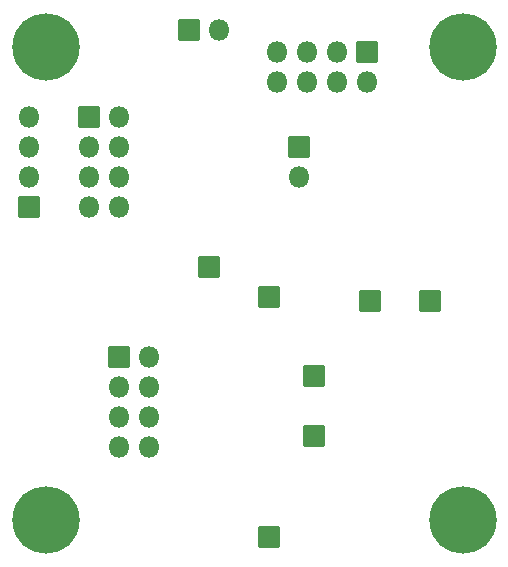
<source format=gbs>
G04 #@! TF.GenerationSoftware,KiCad,Pcbnew,(6.0.5)*
G04 #@! TF.CreationDate,2022-06-17T10:27:33-05:00*
G04 #@! TF.ProjectId,model_cell,6d6f6465-6c5f-4636-956c-6c2e6b696361,rev?*
G04 #@! TF.SameCoordinates,Original*
G04 #@! TF.FileFunction,Soldermask,Bot*
G04 #@! TF.FilePolarity,Negative*
%FSLAX46Y46*%
G04 Gerber Fmt 4.6, Leading zero omitted, Abs format (unit mm)*
G04 Created by KiCad (PCBNEW (6.0.5)) date 2022-06-17 10:27:33*
%MOMM*%
%LPD*%
G01*
G04 APERTURE LIST*
G04 Aperture macros list*
%AMRoundRect*
0 Rectangle with rounded corners*
0 $1 Rounding radius*
0 $2 $3 $4 $5 $6 $7 $8 $9 X,Y pos of 4 corners*
0 Add a 4 corners polygon primitive as box body*
4,1,4,$2,$3,$4,$5,$6,$7,$8,$9,$2,$3,0*
0 Add four circle primitives for the rounded corners*
1,1,$1+$1,$2,$3*
1,1,$1+$1,$4,$5*
1,1,$1+$1,$6,$7*
1,1,$1+$1,$8,$9*
0 Add four rect primitives between the rounded corners*
20,1,$1+$1,$2,$3,$4,$5,0*
20,1,$1+$1,$4,$5,$6,$7,0*
20,1,$1+$1,$6,$7,$8,$9,0*
20,1,$1+$1,$8,$9,$2,$3,0*%
G04 Aperture macros list end*
%ADD10C,5.701600*%
%ADD11C,5.701599*%
%ADD12RoundRect,0.050800X-0.850000X0.850000X-0.850000X-0.850000X0.850000X-0.850000X0.850000X0.850000X0*%
%ADD13RoundRect,0.050800X-0.850000X-0.850000X0.850000X-0.850000X0.850000X0.850000X-0.850000X0.850000X0*%
%ADD14O,1.801600X1.801600*%
%ADD15RoundRect,0.050800X0.850000X-0.850000X0.850000X0.850000X-0.850000X0.850000X-0.850000X-0.850000X0*%
%ADD16RoundRect,0.050800X0.850000X0.850000X-0.850000X0.850000X-0.850000X-0.850000X0.850000X-0.850000X0*%
G04 APERTURE END LIST*
D10*
X39309200Y44000000D03*
D11*
X4000000Y4000000D03*
D10*
X4000000Y44000000D03*
X39309200Y4000000D03*
D12*
X22860000Y2540000D03*
D13*
X25400000Y35560000D03*
D14*
X25400000Y33020000D03*
D13*
X26666659Y11130799D03*
D12*
X31182927Y43610963D03*
D14*
X31182927Y41070963D03*
X28642927Y43610963D03*
X28642927Y41070963D03*
X26102927Y43610963D03*
X26102927Y41070963D03*
X23562927Y43610963D03*
X23562927Y41070963D03*
D13*
X36519298Y22543723D03*
D15*
X16141855Y45458483D03*
D14*
X18681855Y45458483D03*
D13*
X7620000Y38100000D03*
D14*
X10160000Y38100000D03*
X7620000Y35560000D03*
X10160000Y35560000D03*
X7620000Y33020000D03*
X10160000Y33020000D03*
X7620000Y30480000D03*
X10160000Y30480000D03*
D13*
X31439298Y22543723D03*
X22860000Y22860000D03*
D16*
X2540000Y30480000D03*
D14*
X2540000Y33020000D03*
X2540000Y35560000D03*
X2540000Y38100000D03*
D13*
X17780000Y25400000D03*
X10160000Y17780000D03*
D14*
X12700000Y17780000D03*
X10160000Y15240000D03*
X12700000Y15240000D03*
X10160000Y12700000D03*
X12700000Y12700000D03*
X10160000Y10160000D03*
X12700000Y10160000D03*
D13*
X26666659Y16210799D03*
M02*

</source>
